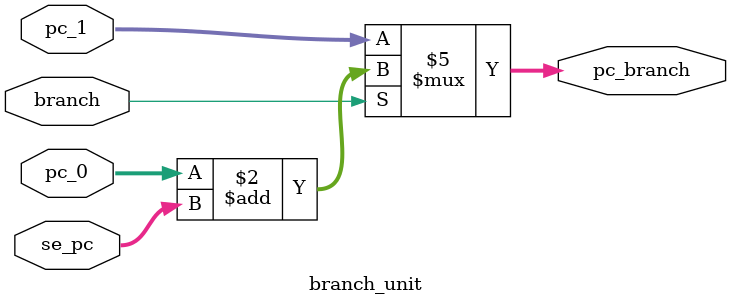
<source format=v>
`timescale 1ns / 1ps


module branch_unit(branch, pc_0,pc_1, se_pc, pc_branch);
    input branch;// control bit
    input [63:0] pc_0; // pc for last instruction
    input [63:0] se_pc; // sign-extended pc, offset value
    input [63:0] pc_1; // incremented pc
    output reg [63:0] pc_branch = 0;
    
    always @(se_pc, branch,pc_0)
    begin
        if (branch)
        begin
            pc_branch <= pc_0 + se_pc;// unconditional branch case, pc <- pc + offset value, left shift by 2 
        end
        else
        begin
            pc_branch <= pc_1;// not branching case, pc <- pc + 1  
        end
    end
    


endmodule

</source>
